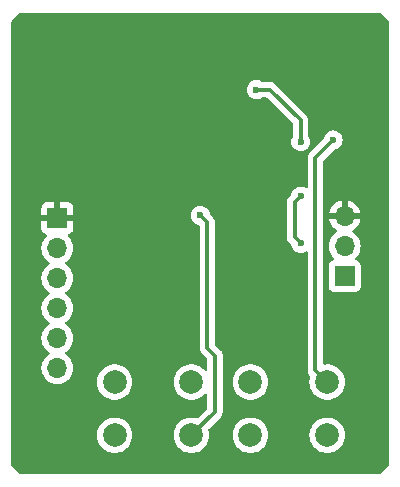
<source format=gbl>
%TF.GenerationSoftware,KiCad,Pcbnew,8.0.0*%
%TF.CreationDate,2024-05-14T19:01:21+09:00*%
%TF.ProjectId,TINY202_PROG.kicad_240514_single_pcb,54494e59-3230-4325-9f50-524f472e6b69,rev?*%
%TF.SameCoordinates,Original*%
%TF.FileFunction,Copper,L2,Bot*%
%TF.FilePolarity,Positive*%
%FSLAX46Y46*%
G04 Gerber Fmt 4.6, Leading zero omitted, Abs format (unit mm)*
G04 Created by KiCad (PCBNEW 8.0.0) date 2024-05-14 19:01:21*
%MOMM*%
%LPD*%
G01*
G04 APERTURE LIST*
%TA.AperFunction,Conductor*%
%ADD10C,0.500000*%
%TD*%
%TA.AperFunction,Conductor*%
%ADD11C,0.200000*%
%TD*%
%TA.AperFunction,ComponentPad*%
%ADD12R,1.700000X1.700000*%
%TD*%
%TA.AperFunction,ComponentPad*%
%ADD13O,1.700000X1.700000*%
%TD*%
%TA.AperFunction,ComponentPad*%
%ADD14C,2.000000*%
%TD*%
%TA.AperFunction,ViaPad*%
%ADD15C,0.600000*%
%TD*%
%TA.AperFunction,Conductor*%
%ADD16C,0.300000*%
%TD*%
G04 APERTURE END LIST*
D10*
%TO.N,GND*%
X112500000Y-102250000D02*
X113500000Y-101500000D01*
X112500000Y-102250000D02*
X112500000Y-103250000D01*
X113500000Y-101500000D02*
X116750000Y-101500000D01*
D11*
X102500000Y-109000000D02*
X102500000Y-108250000D01*
%TD*%
D12*
%TO.P,J1,1,Pin_1*%
%TO.N,GND*%
X104400000Y-117875000D03*
D13*
%TO.P,J1,2,Pin_2*%
%TO.N,/DTS*%
X104400000Y-120415000D03*
%TO.P,J1,3,Pin_3*%
%TO.N,+3.3{slash}5V*%
X104400000Y-122955000D03*
%TO.P,J1,4,Pin_4*%
%TO.N,/TX*%
X104400000Y-125495000D03*
%TO.P,J1,5,Pin_5*%
%TO.N,/RX*%
X104400000Y-128035000D03*
%TO.P,J1,6,Pin_6*%
%TO.N,/DTR*%
X104400000Y-130575000D03*
%TD*%
D14*
%TO.P,SW1,1,1*%
%TO.N,+3.3{slash}5V*%
X109250000Y-131750000D03*
X115750000Y-131750000D03*
%TO.P,SW1,2,2*%
%TO.N,Net-(Q1-G)*%
X109250000Y-136250000D03*
X115750000Y-136250000D03*
%TD*%
D12*
%TO.P,J3,1,Pin_1*%
%TO.N,/UPDI*%
X128725000Y-122775000D03*
D13*
%TO.P,J3,2,Pin_2*%
%TO.N,TG_Vdd*%
X128725000Y-120235000D03*
%TO.P,J3,3,Pin_3*%
%TO.N,GND*%
X128725000Y-117695000D03*
%TD*%
D14*
%TO.P,SW2,1,1*%
%TO.N,Net-(Q4-D)*%
X120750000Y-131750000D03*
X127250000Y-131750000D03*
%TO.P,SW2,2,2*%
%TO.N,Net-(R6-Pad2)*%
X120750000Y-136250000D03*
X127250000Y-136250000D03*
%TD*%
D15*
%TO.N,GND*%
X119750000Y-109800000D03*
X102250000Y-105000000D03*
X102500000Y-111750000D03*
X121125000Y-126375000D03*
X120100000Y-115600000D03*
X112500000Y-102250000D03*
X102500000Y-113750000D03*
X112500000Y-103675000D03*
X107000000Y-101250000D03*
X102500000Y-110750000D03*
X121750000Y-127000000D03*
X121125000Y-116625000D03*
X119750000Y-104000000D03*
X117600000Y-115600000D03*
%TO.N,Net-(C3-Pad1)*%
X121250000Y-107000000D03*
X125000000Y-111400000D03*
%TO.N,Net-(Q2-D)*%
X125000000Y-120000000D03*
X125000000Y-116000000D03*
%TO.N,Net-(Q1-G)*%
X116500000Y-117637500D03*
%TO.N,Net-(Q4-D)*%
X127750000Y-111250000D03*
%TD*%
D10*
%TO.N,GND*%
X119250000Y-101500000D02*
X119750000Y-102000000D01*
X119750000Y-102000000D02*
X119750000Y-103000000D01*
X116750000Y-101500000D02*
X119250000Y-101500000D01*
X102500000Y-111750000D02*
X102500000Y-110750000D01*
X120100000Y-115600000D02*
X121125000Y-116625000D01*
X119750000Y-109800000D02*
X119750000Y-112250000D01*
X119750000Y-104000000D02*
X119750000Y-103000000D01*
X102500000Y-108250000D02*
X102500000Y-105250000D01*
X119750000Y-112250000D02*
X117600000Y-114400000D01*
X111500000Y-101250000D02*
X108000000Y-101250000D01*
X102500000Y-108250000D02*
X102500000Y-110750000D01*
X121125000Y-116625000D02*
X121125000Y-126375000D01*
X117600000Y-114400000D02*
X117600000Y-115600000D01*
X112500000Y-102250000D02*
X111500000Y-101250000D01*
X121125000Y-126375000D02*
X121750000Y-127000000D01*
X102500000Y-105250000D02*
X102250000Y-105000000D01*
X108000000Y-101250000D02*
X107000000Y-101250000D01*
X102500000Y-111750000D02*
X102500000Y-113750000D01*
D16*
%TO.N,Net-(C3-Pad1)*%
X125000000Y-111400000D02*
X125000000Y-109600000D01*
X125000000Y-109600000D02*
X122400000Y-107000000D01*
X122400000Y-107000000D02*
X121250000Y-107000000D01*
%TO.N,Net-(Q2-D)*%
X125000000Y-120000000D02*
X124500000Y-119500000D01*
X124500000Y-119500000D02*
X124500000Y-116500000D01*
X124500000Y-116500000D02*
X125000000Y-116000000D01*
%TO.N,Net-(Q1-G)*%
X117750000Y-134250000D02*
X115750000Y-136250000D01*
X117100000Y-128850000D02*
X117750000Y-129500000D01*
X117100000Y-118237500D02*
X117100000Y-128850000D01*
X116500000Y-117637500D02*
X117100000Y-118237500D01*
X117750000Y-129500000D02*
X117750000Y-134250000D01*
%TO.N,Net-(Q4-D)*%
X126250000Y-112750000D02*
X126250000Y-130750000D01*
X126250000Y-130750000D02*
X127250000Y-131750000D01*
X127750000Y-111250000D02*
X126250000Y-112750000D01*
%TD*%
%TA.AperFunction,Conductor*%
%TO.N,GND*%
G36*
X131808363Y-100520185D02*
G01*
X131829005Y-100536819D01*
X132463181Y-101170995D01*
X132496666Y-101232318D01*
X132499500Y-101258676D01*
X132499500Y-138741324D01*
X132479815Y-138808363D01*
X132463181Y-138829005D01*
X131829005Y-139463181D01*
X131767682Y-139496666D01*
X131741324Y-139499500D01*
X101258676Y-139499500D01*
X101191637Y-139479815D01*
X101170995Y-139463181D01*
X100536819Y-138829005D01*
X100503334Y-138767682D01*
X100500500Y-138741324D01*
X100500500Y-136250005D01*
X107744357Y-136250005D01*
X107764890Y-136497812D01*
X107764892Y-136497824D01*
X107825936Y-136738881D01*
X107925826Y-136966606D01*
X108061833Y-137174782D01*
X108061836Y-137174785D01*
X108230256Y-137357738D01*
X108426491Y-137510474D01*
X108645190Y-137628828D01*
X108880386Y-137709571D01*
X109125665Y-137750500D01*
X109374335Y-137750500D01*
X109619614Y-137709571D01*
X109854810Y-137628828D01*
X110073509Y-137510474D01*
X110269744Y-137357738D01*
X110438164Y-137174785D01*
X110574173Y-136966607D01*
X110674063Y-136738881D01*
X110735108Y-136497821D01*
X110755643Y-136250005D01*
X114244357Y-136250005D01*
X114264890Y-136497812D01*
X114264892Y-136497824D01*
X114325936Y-136738881D01*
X114425826Y-136966606D01*
X114561833Y-137174782D01*
X114561836Y-137174785D01*
X114730256Y-137357738D01*
X114926491Y-137510474D01*
X115145190Y-137628828D01*
X115380386Y-137709571D01*
X115625665Y-137750500D01*
X115874335Y-137750500D01*
X116119614Y-137709571D01*
X116354810Y-137628828D01*
X116573509Y-137510474D01*
X116769744Y-137357738D01*
X116938164Y-137174785D01*
X117074173Y-136966607D01*
X117174063Y-136738881D01*
X117235108Y-136497821D01*
X117255643Y-136250005D01*
X119244357Y-136250005D01*
X119264890Y-136497812D01*
X119264892Y-136497824D01*
X119325936Y-136738881D01*
X119425826Y-136966606D01*
X119561833Y-137174782D01*
X119561836Y-137174785D01*
X119730256Y-137357738D01*
X119926491Y-137510474D01*
X120145190Y-137628828D01*
X120380386Y-137709571D01*
X120625665Y-137750500D01*
X120874335Y-137750500D01*
X121119614Y-137709571D01*
X121354810Y-137628828D01*
X121573509Y-137510474D01*
X121769744Y-137357738D01*
X121938164Y-137174785D01*
X122074173Y-136966607D01*
X122174063Y-136738881D01*
X122235108Y-136497821D01*
X122255643Y-136250005D01*
X125744357Y-136250005D01*
X125764890Y-136497812D01*
X125764892Y-136497824D01*
X125825936Y-136738881D01*
X125925826Y-136966606D01*
X126061833Y-137174782D01*
X126061836Y-137174785D01*
X126230256Y-137357738D01*
X126426491Y-137510474D01*
X126645190Y-137628828D01*
X126880386Y-137709571D01*
X127125665Y-137750500D01*
X127374335Y-137750500D01*
X127619614Y-137709571D01*
X127854810Y-137628828D01*
X128073509Y-137510474D01*
X128269744Y-137357738D01*
X128438164Y-137174785D01*
X128574173Y-136966607D01*
X128674063Y-136738881D01*
X128735108Y-136497821D01*
X128755643Y-136250000D01*
X128735108Y-136002179D01*
X128735105Y-136002166D01*
X128674063Y-135761118D01*
X128574173Y-135533393D01*
X128438166Y-135325217D01*
X128416557Y-135301744D01*
X128269744Y-135142262D01*
X128073509Y-134989526D01*
X128073507Y-134989525D01*
X128073506Y-134989524D01*
X127854811Y-134871172D01*
X127854802Y-134871169D01*
X127619616Y-134790429D01*
X127374335Y-134749500D01*
X127125665Y-134749500D01*
X126880383Y-134790429D01*
X126645197Y-134871169D01*
X126645188Y-134871172D01*
X126426493Y-134989524D01*
X126230257Y-135142261D01*
X126061833Y-135325217D01*
X125925826Y-135533393D01*
X125825936Y-135761118D01*
X125764892Y-136002175D01*
X125764890Y-136002187D01*
X125744357Y-136249994D01*
X125744357Y-136250005D01*
X122255643Y-136250005D01*
X122255643Y-136250000D01*
X122235108Y-136002179D01*
X122235105Y-136002166D01*
X122174063Y-135761118D01*
X122074173Y-135533393D01*
X121938166Y-135325217D01*
X121916557Y-135301744D01*
X121769744Y-135142262D01*
X121573509Y-134989526D01*
X121573507Y-134989525D01*
X121573506Y-134989524D01*
X121354811Y-134871172D01*
X121354802Y-134871169D01*
X121119616Y-134790429D01*
X120874335Y-134749500D01*
X120625665Y-134749500D01*
X120380383Y-134790429D01*
X120145197Y-134871169D01*
X120145188Y-134871172D01*
X119926493Y-134989524D01*
X119730257Y-135142261D01*
X119561833Y-135325217D01*
X119425826Y-135533393D01*
X119325936Y-135761118D01*
X119264892Y-136002175D01*
X119264890Y-136002187D01*
X119244357Y-136249994D01*
X119244357Y-136250005D01*
X117255643Y-136250005D01*
X117255643Y-136250000D01*
X117235108Y-136002179D01*
X117188280Y-135817260D01*
X117190904Y-135747442D01*
X117220802Y-135699142D01*
X118255276Y-134664669D01*
X118326465Y-134558127D01*
X118375501Y-134439744D01*
X118400500Y-134314069D01*
X118400500Y-131750005D01*
X119244357Y-131750005D01*
X119264890Y-131997812D01*
X119264892Y-131997824D01*
X119325936Y-132238881D01*
X119425826Y-132466606D01*
X119561833Y-132674782D01*
X119561836Y-132674785D01*
X119730256Y-132857738D01*
X119926491Y-133010474D01*
X120145190Y-133128828D01*
X120380386Y-133209571D01*
X120625665Y-133250500D01*
X120874335Y-133250500D01*
X121119614Y-133209571D01*
X121354810Y-133128828D01*
X121573509Y-133010474D01*
X121769744Y-132857738D01*
X121938164Y-132674785D01*
X122074173Y-132466607D01*
X122174063Y-132238881D01*
X122235108Y-131997821D01*
X122255643Y-131750000D01*
X122255563Y-131749035D01*
X122235109Y-131502187D01*
X122235107Y-131502175D01*
X122174063Y-131261118D01*
X122074173Y-131033393D01*
X121938166Y-130825217D01*
X121910792Y-130795481D01*
X121769744Y-130642262D01*
X121573509Y-130489526D01*
X121573507Y-130489525D01*
X121573506Y-130489524D01*
X121354811Y-130371172D01*
X121354802Y-130371169D01*
X121119616Y-130290429D01*
X120874335Y-130249500D01*
X120625665Y-130249500D01*
X120380383Y-130290429D01*
X120145197Y-130371169D01*
X120145188Y-130371172D01*
X119926493Y-130489524D01*
X119730257Y-130642261D01*
X119561833Y-130825217D01*
X119425826Y-131033393D01*
X119325936Y-131261118D01*
X119264892Y-131502175D01*
X119264890Y-131502187D01*
X119244357Y-131749994D01*
X119244357Y-131750005D01*
X118400500Y-131750005D01*
X118400500Y-129435931D01*
X118400500Y-129435928D01*
X118375502Y-129310261D01*
X118375501Y-129310260D01*
X118375501Y-129310256D01*
X118326465Y-129191873D01*
X118303917Y-129158127D01*
X118255277Y-129085331D01*
X118255275Y-129085328D01*
X117786819Y-128616872D01*
X117753334Y-128555549D01*
X117750500Y-128529191D01*
X117750500Y-119564071D01*
X123849499Y-119564071D01*
X123874497Y-119689738D01*
X123874499Y-119689744D01*
X123923534Y-119808125D01*
X123994726Y-119914673D01*
X123994727Y-119914674D01*
X124178277Y-120098223D01*
X124211762Y-120159546D01*
X124213815Y-120172012D01*
X124214630Y-120179246D01*
X124214632Y-120179255D01*
X124274210Y-120349521D01*
X124350166Y-120470403D01*
X124370184Y-120502262D01*
X124497738Y-120629816D01*
X124530502Y-120650403D01*
X124607294Y-120698655D01*
X124650478Y-120725789D01*
X124820745Y-120785368D01*
X124820750Y-120785369D01*
X124999996Y-120805565D01*
X125000000Y-120805565D01*
X125000004Y-120805565D01*
X125179249Y-120785369D01*
X125179252Y-120785368D01*
X125179255Y-120785368D01*
X125349522Y-120725789D01*
X125409527Y-120688084D01*
X125476763Y-120669084D01*
X125543599Y-120689451D01*
X125588813Y-120742718D01*
X125599500Y-120793078D01*
X125599500Y-130814071D01*
X125623361Y-130934023D01*
X125623362Y-130934027D01*
X125624498Y-130939741D01*
X125624499Y-130939744D01*
X125673534Y-131058125D01*
X125744726Y-131164673D01*
X125779194Y-131199141D01*
X125812679Y-131260464D01*
X125811719Y-131317262D01*
X125764892Y-131502175D01*
X125764890Y-131502187D01*
X125744357Y-131749994D01*
X125744357Y-131750005D01*
X125764890Y-131997812D01*
X125764892Y-131997824D01*
X125825936Y-132238881D01*
X125925826Y-132466606D01*
X126061833Y-132674782D01*
X126061836Y-132674785D01*
X126230256Y-132857738D01*
X126426491Y-133010474D01*
X126645190Y-133128828D01*
X126880386Y-133209571D01*
X127125665Y-133250500D01*
X127374335Y-133250500D01*
X127619614Y-133209571D01*
X127854810Y-133128828D01*
X128073509Y-133010474D01*
X128269744Y-132857738D01*
X128438164Y-132674785D01*
X128574173Y-132466607D01*
X128674063Y-132238881D01*
X128735108Y-131997821D01*
X128755643Y-131750000D01*
X128755563Y-131749035D01*
X128735109Y-131502187D01*
X128735107Y-131502175D01*
X128674063Y-131261118D01*
X128574173Y-131033393D01*
X128438166Y-130825217D01*
X128410792Y-130795481D01*
X128269744Y-130642262D01*
X128073509Y-130489526D01*
X128073507Y-130489525D01*
X128073506Y-130489524D01*
X127854811Y-130371172D01*
X127854802Y-130371169D01*
X127619616Y-130290429D01*
X127374335Y-130249500D01*
X127125665Y-130249500D01*
X127044908Y-130262975D01*
X126975543Y-130254592D01*
X126921722Y-130210039D01*
X126900531Y-130143460D01*
X126900500Y-130140666D01*
X126900500Y-120235000D01*
X127369341Y-120235000D01*
X127389936Y-120470403D01*
X127389938Y-120470413D01*
X127451094Y-120698655D01*
X127451096Y-120698659D01*
X127451097Y-120698663D01*
X127535029Y-120878655D01*
X127550965Y-120912830D01*
X127550967Y-120912834D01*
X127659281Y-121067521D01*
X127686501Y-121106396D01*
X127686506Y-121106402D01*
X127808430Y-121228326D01*
X127841915Y-121289649D01*
X127836931Y-121359341D01*
X127795059Y-121415274D01*
X127764083Y-121432189D01*
X127632669Y-121481203D01*
X127632664Y-121481206D01*
X127517455Y-121567452D01*
X127517452Y-121567455D01*
X127431206Y-121682664D01*
X127431202Y-121682671D01*
X127380908Y-121817517D01*
X127374501Y-121877116D01*
X127374501Y-121877123D01*
X127374500Y-121877135D01*
X127374500Y-123672870D01*
X127374501Y-123672876D01*
X127380908Y-123732483D01*
X127431202Y-123867328D01*
X127431206Y-123867335D01*
X127517452Y-123982544D01*
X127517455Y-123982547D01*
X127632664Y-124068793D01*
X127632671Y-124068797D01*
X127767517Y-124119091D01*
X127767516Y-124119091D01*
X127774444Y-124119835D01*
X127827127Y-124125500D01*
X129622872Y-124125499D01*
X129682483Y-124119091D01*
X129817331Y-124068796D01*
X129932546Y-123982546D01*
X130018796Y-123867331D01*
X130069091Y-123732483D01*
X130075500Y-123672873D01*
X130075499Y-121877128D01*
X130069091Y-121817517D01*
X130057550Y-121786575D01*
X130018797Y-121682671D01*
X130018793Y-121682664D01*
X129932547Y-121567455D01*
X129932544Y-121567452D01*
X129817335Y-121481206D01*
X129817328Y-121481202D01*
X129685917Y-121432189D01*
X129629983Y-121390318D01*
X129605566Y-121324853D01*
X129620418Y-121256580D01*
X129641563Y-121228332D01*
X129763495Y-121106401D01*
X129899035Y-120912830D01*
X129998903Y-120698663D01*
X130060063Y-120470408D01*
X130080659Y-120235000D01*
X130060063Y-119999592D01*
X129998903Y-119771337D01*
X129899035Y-119557171D01*
X129836193Y-119467422D01*
X129763494Y-119363597D01*
X129596402Y-119196506D01*
X129596401Y-119196505D01*
X129410405Y-119066269D01*
X129366781Y-119011692D01*
X129359588Y-118942193D01*
X129391110Y-118879839D01*
X129410405Y-118863119D01*
X129596082Y-118733105D01*
X129763105Y-118566082D01*
X129898600Y-118372578D01*
X129998429Y-118158492D01*
X129998432Y-118158486D01*
X130055636Y-117945000D01*
X129158012Y-117945000D01*
X129190925Y-117887993D01*
X129225000Y-117760826D01*
X129225000Y-117629174D01*
X129190925Y-117502007D01*
X129158012Y-117445000D01*
X130055636Y-117445000D01*
X130055635Y-117444999D01*
X129998432Y-117231513D01*
X129998429Y-117231507D01*
X129898600Y-117017422D01*
X129898599Y-117017420D01*
X129763113Y-116823926D01*
X129763108Y-116823920D01*
X129596082Y-116656894D01*
X129402578Y-116521399D01*
X129188492Y-116421570D01*
X129188486Y-116421567D01*
X128975000Y-116364364D01*
X128975000Y-117261988D01*
X128917993Y-117229075D01*
X128790826Y-117195000D01*
X128659174Y-117195000D01*
X128532007Y-117229075D01*
X128475000Y-117261988D01*
X128475000Y-116364364D01*
X128474999Y-116364364D01*
X128261513Y-116421567D01*
X128261507Y-116421570D01*
X128047422Y-116521399D01*
X128047420Y-116521400D01*
X127853926Y-116656886D01*
X127853920Y-116656891D01*
X127686891Y-116823920D01*
X127686886Y-116823926D01*
X127551400Y-117017420D01*
X127551399Y-117017422D01*
X127451570Y-117231507D01*
X127451567Y-117231513D01*
X127394364Y-117444999D01*
X127394364Y-117445000D01*
X128291988Y-117445000D01*
X128259075Y-117502007D01*
X128225000Y-117629174D01*
X128225000Y-117760826D01*
X128259075Y-117887993D01*
X128291988Y-117945000D01*
X127394364Y-117945000D01*
X127451567Y-118158486D01*
X127451570Y-118158492D01*
X127551399Y-118372578D01*
X127686894Y-118566082D01*
X127853917Y-118733105D01*
X128039595Y-118863119D01*
X128083219Y-118917696D01*
X128090412Y-118987195D01*
X128058890Y-119049549D01*
X128039595Y-119066269D01*
X127853594Y-119196508D01*
X127686505Y-119363597D01*
X127550965Y-119557169D01*
X127550964Y-119557171D01*
X127451098Y-119771335D01*
X127451094Y-119771344D01*
X127389938Y-119999586D01*
X127389936Y-119999596D01*
X127369341Y-120234999D01*
X127369341Y-120235000D01*
X126900500Y-120235000D01*
X126900500Y-113070807D01*
X126920185Y-113003768D01*
X126936815Y-112983130D01*
X127848224Y-112071720D01*
X127909545Y-112038237D01*
X127922019Y-112036183D01*
X127929255Y-112035368D01*
X128099522Y-111975789D01*
X128252262Y-111879816D01*
X128379816Y-111752262D01*
X128475789Y-111599522D01*
X128535368Y-111429255D01*
X128538664Y-111400003D01*
X128555565Y-111250003D01*
X128555565Y-111249996D01*
X128535369Y-111070750D01*
X128535368Y-111070745D01*
X128528276Y-111050477D01*
X128475789Y-110900478D01*
X128379816Y-110747738D01*
X128252262Y-110620184D01*
X128099523Y-110524211D01*
X127929254Y-110464631D01*
X127929249Y-110464630D01*
X127750004Y-110444435D01*
X127749996Y-110444435D01*
X127570750Y-110464630D01*
X127570745Y-110464631D01*
X127400476Y-110524211D01*
X127247737Y-110620184D01*
X127120184Y-110747737D01*
X127024210Y-110900478D01*
X126964632Y-111070744D01*
X126964630Y-111070752D01*
X126963815Y-111077988D01*
X126936743Y-111142400D01*
X126928277Y-111151775D01*
X125744726Y-112335326D01*
X125673534Y-112441874D01*
X125624499Y-112560255D01*
X125624497Y-112560261D01*
X125599500Y-112685928D01*
X125599500Y-115206921D01*
X125579815Y-115273960D01*
X125527011Y-115319715D01*
X125457853Y-115329659D01*
X125409528Y-115311915D01*
X125349523Y-115274211D01*
X125179254Y-115214631D01*
X125179249Y-115214630D01*
X125000004Y-115194435D01*
X124999996Y-115194435D01*
X124820750Y-115214630D01*
X124820745Y-115214631D01*
X124650476Y-115274211D01*
X124497737Y-115370184D01*
X124370184Y-115497737D01*
X124274210Y-115650478D01*
X124214632Y-115820744D01*
X124214630Y-115820752D01*
X124213815Y-115827988D01*
X124186743Y-115892400D01*
X124178278Y-115901775D01*
X123994723Y-116085331D01*
X123946959Y-116156817D01*
X123946957Y-116156819D01*
X123923539Y-116191864D01*
X123923533Y-116191875D01*
X123874499Y-116310255D01*
X123874497Y-116310261D01*
X123849500Y-116435928D01*
X123849500Y-116435931D01*
X123849500Y-119564069D01*
X123849500Y-119564071D01*
X123849499Y-119564071D01*
X117750500Y-119564071D01*
X117750500Y-118173428D01*
X117725502Y-118047761D01*
X117725501Y-118047760D01*
X117725501Y-118047756D01*
X117676465Y-117929373D01*
X117676464Y-117929372D01*
X117676461Y-117929366D01*
X117605277Y-117822832D01*
X117591619Y-117809174D01*
X117514669Y-117732224D01*
X117419941Y-117637496D01*
X117321722Y-117539276D01*
X117288237Y-117477953D01*
X117286182Y-117465473D01*
X117285368Y-117458245D01*
X117225789Y-117287978D01*
X117129816Y-117135238D01*
X117002262Y-117007684D01*
X116849523Y-116911711D01*
X116679254Y-116852131D01*
X116679249Y-116852130D01*
X116500004Y-116831935D01*
X116499996Y-116831935D01*
X116320750Y-116852130D01*
X116320745Y-116852131D01*
X116150476Y-116911711D01*
X115997737Y-117007684D01*
X115870184Y-117135237D01*
X115774211Y-117287976D01*
X115714631Y-117458245D01*
X115714630Y-117458250D01*
X115694435Y-117637496D01*
X115694435Y-117637503D01*
X115714630Y-117816749D01*
X115714631Y-117816754D01*
X115774211Y-117987023D01*
X115842120Y-118095099D01*
X115870184Y-118139762D01*
X115997738Y-118267316D01*
X116150478Y-118363289D01*
X116320745Y-118422868D01*
X116327974Y-118423682D01*
X116392388Y-118450747D01*
X116401771Y-118459218D01*
X116413177Y-118470623D01*
X116446665Y-118531945D01*
X116449500Y-118558308D01*
X116449500Y-128914069D01*
X116465544Y-128994724D01*
X116474499Y-129039744D01*
X116523535Y-129158127D01*
X116594723Y-129264669D01*
X116594726Y-129264673D01*
X116594727Y-129264674D01*
X117063181Y-129733127D01*
X117096666Y-129794450D01*
X117099500Y-129820808D01*
X117099500Y-130682687D01*
X117079815Y-130749726D01*
X117027011Y-130795481D01*
X116957853Y-130805425D01*
X116894297Y-130776400D01*
X116884271Y-130766670D01*
X116769747Y-130642265D01*
X116769744Y-130642262D01*
X116683326Y-130575000D01*
X116573509Y-130489526D01*
X116573507Y-130489525D01*
X116573506Y-130489524D01*
X116354811Y-130371172D01*
X116354802Y-130371169D01*
X116119616Y-130290429D01*
X115874335Y-130249500D01*
X115625665Y-130249500D01*
X115380383Y-130290429D01*
X115145197Y-130371169D01*
X115145188Y-130371172D01*
X114926493Y-130489524D01*
X114730257Y-130642261D01*
X114561833Y-130825217D01*
X114425826Y-131033393D01*
X114325936Y-131261118D01*
X114264892Y-131502175D01*
X114264890Y-131502187D01*
X114244357Y-131749994D01*
X114244357Y-131750005D01*
X114264890Y-131997812D01*
X114264892Y-131997824D01*
X114325936Y-132238881D01*
X114425826Y-132466606D01*
X114561833Y-132674782D01*
X114561836Y-132674785D01*
X114730256Y-132857738D01*
X114926491Y-133010474D01*
X115145190Y-133128828D01*
X115380386Y-133209571D01*
X115625665Y-133250500D01*
X115874335Y-133250500D01*
X116119614Y-133209571D01*
X116354810Y-133128828D01*
X116573509Y-133010474D01*
X116769744Y-132857738D01*
X116884271Y-132733328D01*
X116944157Y-132697339D01*
X117013995Y-132699439D01*
X117071611Y-132738963D01*
X117098713Y-132803362D01*
X117099500Y-132817312D01*
X117099500Y-133929192D01*
X117079815Y-133996231D01*
X117063181Y-134016873D01*
X116300909Y-134779144D01*
X116239586Y-134812629D01*
X116172965Y-134808744D01*
X116119616Y-134790429D01*
X115874335Y-134749500D01*
X115625665Y-134749500D01*
X115380383Y-134790429D01*
X115145197Y-134871169D01*
X115145188Y-134871172D01*
X114926493Y-134989524D01*
X114730257Y-135142261D01*
X114561833Y-135325217D01*
X114425826Y-135533393D01*
X114325936Y-135761118D01*
X114264892Y-136002175D01*
X114264890Y-136002187D01*
X114244357Y-136249994D01*
X114244357Y-136250005D01*
X110755643Y-136250005D01*
X110755643Y-136250000D01*
X110735108Y-136002179D01*
X110735105Y-136002166D01*
X110674063Y-135761118D01*
X110574173Y-135533393D01*
X110438166Y-135325217D01*
X110416557Y-135301744D01*
X110269744Y-135142262D01*
X110073509Y-134989526D01*
X110073507Y-134989525D01*
X110073506Y-134989524D01*
X109854811Y-134871172D01*
X109854802Y-134871169D01*
X109619616Y-134790429D01*
X109374335Y-134749500D01*
X109125665Y-134749500D01*
X108880383Y-134790429D01*
X108645197Y-134871169D01*
X108645188Y-134871172D01*
X108426493Y-134989524D01*
X108230257Y-135142261D01*
X108061833Y-135325217D01*
X107925826Y-135533393D01*
X107825936Y-135761118D01*
X107764892Y-136002175D01*
X107764890Y-136002187D01*
X107744357Y-136249994D01*
X107744357Y-136250005D01*
X100500500Y-136250005D01*
X100500500Y-130575000D01*
X103044341Y-130575000D01*
X103064936Y-130810403D01*
X103064938Y-130810413D01*
X103126094Y-131038655D01*
X103126096Y-131038659D01*
X103126097Y-131038663D01*
X103150564Y-131091132D01*
X103225965Y-131252830D01*
X103225967Y-131252834D01*
X103334281Y-131407521D01*
X103361505Y-131446401D01*
X103528599Y-131613495D01*
X103625384Y-131681265D01*
X103722165Y-131749032D01*
X103722167Y-131749033D01*
X103722170Y-131749035D01*
X103936337Y-131848903D01*
X104164592Y-131910063D01*
X104352918Y-131926539D01*
X104399999Y-131930659D01*
X104400000Y-131930659D01*
X104400001Y-131930659D01*
X104439234Y-131927226D01*
X104635408Y-131910063D01*
X104863663Y-131848903D01*
X105075750Y-131750005D01*
X107744357Y-131750005D01*
X107764890Y-131997812D01*
X107764892Y-131997824D01*
X107825936Y-132238881D01*
X107925826Y-132466606D01*
X108061833Y-132674782D01*
X108061836Y-132674785D01*
X108230256Y-132857738D01*
X108426491Y-133010474D01*
X108645190Y-133128828D01*
X108880386Y-133209571D01*
X109125665Y-133250500D01*
X109374335Y-133250500D01*
X109619614Y-133209571D01*
X109854810Y-133128828D01*
X110073509Y-133010474D01*
X110269744Y-132857738D01*
X110438164Y-132674785D01*
X110574173Y-132466607D01*
X110674063Y-132238881D01*
X110735108Y-131997821D01*
X110755643Y-131750000D01*
X110755563Y-131749035D01*
X110735109Y-131502187D01*
X110735107Y-131502175D01*
X110674063Y-131261118D01*
X110574173Y-131033393D01*
X110438166Y-130825217D01*
X110410792Y-130795481D01*
X110269744Y-130642262D01*
X110073509Y-130489526D01*
X110073507Y-130489525D01*
X110073506Y-130489524D01*
X109854811Y-130371172D01*
X109854802Y-130371169D01*
X109619616Y-130290429D01*
X109374335Y-130249500D01*
X109125665Y-130249500D01*
X108880383Y-130290429D01*
X108645197Y-130371169D01*
X108645188Y-130371172D01*
X108426493Y-130489524D01*
X108230257Y-130642261D01*
X108061833Y-130825217D01*
X107925826Y-131033393D01*
X107825936Y-131261118D01*
X107764892Y-131502175D01*
X107764890Y-131502187D01*
X107744357Y-131749994D01*
X107744357Y-131750005D01*
X105075750Y-131750005D01*
X105077830Y-131749035D01*
X105271401Y-131613495D01*
X105438495Y-131446401D01*
X105574035Y-131252830D01*
X105673903Y-131038663D01*
X105735063Y-130810408D01*
X105755659Y-130575000D01*
X105735063Y-130339592D01*
X105673903Y-130111337D01*
X105574035Y-129897171D01*
X105520566Y-129820808D01*
X105438494Y-129703597D01*
X105271402Y-129536506D01*
X105271396Y-129536501D01*
X105085842Y-129406575D01*
X105042217Y-129351998D01*
X105035023Y-129282500D01*
X105066546Y-129220145D01*
X105085842Y-129203425D01*
X105108026Y-129187891D01*
X105271401Y-129073495D01*
X105438495Y-128906401D01*
X105574035Y-128712830D01*
X105673903Y-128498663D01*
X105735063Y-128270408D01*
X105755659Y-128035000D01*
X105735063Y-127799592D01*
X105673903Y-127571337D01*
X105574035Y-127357171D01*
X105438495Y-127163599D01*
X105438494Y-127163597D01*
X105271402Y-126996506D01*
X105271396Y-126996501D01*
X105085842Y-126866575D01*
X105042217Y-126811998D01*
X105035023Y-126742500D01*
X105066546Y-126680145D01*
X105085842Y-126663425D01*
X105108026Y-126647891D01*
X105271401Y-126533495D01*
X105438495Y-126366401D01*
X105574035Y-126172830D01*
X105673903Y-125958663D01*
X105735063Y-125730408D01*
X105755659Y-125495000D01*
X105735063Y-125259592D01*
X105673903Y-125031337D01*
X105574035Y-124817171D01*
X105438495Y-124623599D01*
X105438494Y-124623597D01*
X105271402Y-124456506D01*
X105271396Y-124456501D01*
X105085842Y-124326575D01*
X105042217Y-124271998D01*
X105035023Y-124202500D01*
X105066546Y-124140145D01*
X105085842Y-124123425D01*
X105108026Y-124107891D01*
X105271401Y-123993495D01*
X105438495Y-123826401D01*
X105574035Y-123632830D01*
X105673903Y-123418663D01*
X105735063Y-123190408D01*
X105755659Y-122955000D01*
X105735063Y-122719592D01*
X105673903Y-122491337D01*
X105574035Y-122277171D01*
X105438495Y-122083599D01*
X105438494Y-122083597D01*
X105271402Y-121916506D01*
X105271396Y-121916501D01*
X105085842Y-121786575D01*
X105042217Y-121731998D01*
X105035023Y-121662500D01*
X105066546Y-121600145D01*
X105085842Y-121583425D01*
X105108654Y-121567452D01*
X105271401Y-121453495D01*
X105438495Y-121286401D01*
X105574035Y-121092830D01*
X105673903Y-120878663D01*
X105735063Y-120650408D01*
X105755659Y-120415000D01*
X105735063Y-120179592D01*
X105673903Y-119951337D01*
X105574035Y-119737171D01*
X105540826Y-119689744D01*
X105438496Y-119543600D01*
X105438495Y-119543599D01*
X105316179Y-119421283D01*
X105282696Y-119359963D01*
X105287680Y-119290271D01*
X105329551Y-119234337D01*
X105360529Y-119217422D01*
X105492086Y-119168354D01*
X105492093Y-119168350D01*
X105607187Y-119082190D01*
X105607190Y-119082187D01*
X105693350Y-118967093D01*
X105693354Y-118967086D01*
X105743596Y-118832379D01*
X105743598Y-118832372D01*
X105749999Y-118772844D01*
X105750000Y-118772827D01*
X105750000Y-118125000D01*
X104833012Y-118125000D01*
X104865925Y-118067993D01*
X104900000Y-117940826D01*
X104900000Y-117809174D01*
X104865925Y-117682007D01*
X104833012Y-117625000D01*
X105750000Y-117625000D01*
X105750000Y-116977172D01*
X105749999Y-116977155D01*
X105743598Y-116917627D01*
X105743596Y-116917620D01*
X105693354Y-116782913D01*
X105693350Y-116782906D01*
X105607190Y-116667812D01*
X105607187Y-116667809D01*
X105492093Y-116581649D01*
X105492086Y-116581645D01*
X105357379Y-116531403D01*
X105357372Y-116531401D01*
X105297844Y-116525000D01*
X104650000Y-116525000D01*
X104650000Y-117441988D01*
X104592993Y-117409075D01*
X104465826Y-117375000D01*
X104334174Y-117375000D01*
X104207007Y-117409075D01*
X104150000Y-117441988D01*
X104150000Y-116525000D01*
X103502155Y-116525000D01*
X103442627Y-116531401D01*
X103442620Y-116531403D01*
X103307913Y-116581645D01*
X103307906Y-116581649D01*
X103192812Y-116667809D01*
X103192809Y-116667812D01*
X103106649Y-116782906D01*
X103106645Y-116782913D01*
X103056403Y-116917620D01*
X103056401Y-116917627D01*
X103050000Y-116977155D01*
X103050000Y-117625000D01*
X103966988Y-117625000D01*
X103934075Y-117682007D01*
X103900000Y-117809174D01*
X103900000Y-117940826D01*
X103934075Y-118067993D01*
X103966988Y-118125000D01*
X103050000Y-118125000D01*
X103050000Y-118772844D01*
X103056401Y-118832372D01*
X103056403Y-118832379D01*
X103106645Y-118967086D01*
X103106649Y-118967093D01*
X103192809Y-119082187D01*
X103192812Y-119082190D01*
X103307906Y-119168350D01*
X103307913Y-119168354D01*
X103439470Y-119217421D01*
X103495403Y-119259292D01*
X103519821Y-119324756D01*
X103504970Y-119393029D01*
X103483819Y-119421284D01*
X103361503Y-119543600D01*
X103225965Y-119737169D01*
X103225964Y-119737171D01*
X103126098Y-119951335D01*
X103126094Y-119951344D01*
X103064938Y-120179586D01*
X103064936Y-120179596D01*
X103044341Y-120414999D01*
X103044341Y-120415000D01*
X103064936Y-120650403D01*
X103064938Y-120650413D01*
X103126094Y-120878655D01*
X103126096Y-120878659D01*
X103126097Y-120878663D01*
X103225965Y-121092830D01*
X103225967Y-121092834D01*
X103361501Y-121286395D01*
X103361506Y-121286402D01*
X103528597Y-121453493D01*
X103528603Y-121453498D01*
X103714158Y-121583425D01*
X103757783Y-121638002D01*
X103764977Y-121707500D01*
X103733454Y-121769855D01*
X103714158Y-121786575D01*
X103528597Y-121916505D01*
X103361505Y-122083597D01*
X103225965Y-122277169D01*
X103225964Y-122277171D01*
X103126098Y-122491335D01*
X103126094Y-122491344D01*
X103064938Y-122719586D01*
X103064936Y-122719596D01*
X103044341Y-122954999D01*
X103044341Y-122955000D01*
X103064936Y-123190403D01*
X103064938Y-123190413D01*
X103126094Y-123418655D01*
X103126096Y-123418659D01*
X103126097Y-123418663D01*
X103225965Y-123632830D01*
X103225967Y-123632834D01*
X103361501Y-123826395D01*
X103361506Y-123826402D01*
X103528597Y-123993493D01*
X103528603Y-123993498D01*
X103714158Y-124123425D01*
X103757783Y-124178002D01*
X103764977Y-124247500D01*
X103733454Y-124309855D01*
X103714158Y-124326575D01*
X103528597Y-124456505D01*
X103361505Y-124623597D01*
X103225965Y-124817169D01*
X103225964Y-124817171D01*
X103126098Y-125031335D01*
X103126094Y-125031344D01*
X103064938Y-125259586D01*
X103064936Y-125259596D01*
X103044341Y-125494999D01*
X103044341Y-125495000D01*
X103064936Y-125730403D01*
X103064938Y-125730413D01*
X103126094Y-125958655D01*
X103126096Y-125958659D01*
X103126097Y-125958663D01*
X103225965Y-126172830D01*
X103225967Y-126172834D01*
X103361501Y-126366395D01*
X103361506Y-126366402D01*
X103528597Y-126533493D01*
X103528603Y-126533498D01*
X103714158Y-126663425D01*
X103757783Y-126718002D01*
X103764977Y-126787500D01*
X103733454Y-126849855D01*
X103714158Y-126866575D01*
X103528597Y-126996505D01*
X103361505Y-127163597D01*
X103225965Y-127357169D01*
X103225964Y-127357171D01*
X103126098Y-127571335D01*
X103126094Y-127571344D01*
X103064938Y-127799586D01*
X103064936Y-127799596D01*
X103044341Y-128034999D01*
X103044341Y-128035000D01*
X103064936Y-128270403D01*
X103064938Y-128270413D01*
X103126094Y-128498655D01*
X103126096Y-128498659D01*
X103126097Y-128498663D01*
X103164284Y-128580554D01*
X103225965Y-128712830D01*
X103225967Y-128712834D01*
X103361501Y-128906395D01*
X103361506Y-128906402D01*
X103528597Y-129073493D01*
X103528603Y-129073498D01*
X103714158Y-129203425D01*
X103757783Y-129258002D01*
X103764977Y-129327500D01*
X103733454Y-129389855D01*
X103714158Y-129406575D01*
X103528597Y-129536505D01*
X103361505Y-129703597D01*
X103225965Y-129897169D01*
X103225964Y-129897171D01*
X103126098Y-130111335D01*
X103126094Y-130111344D01*
X103064938Y-130339586D01*
X103064936Y-130339596D01*
X103044341Y-130574999D01*
X103044341Y-130575000D01*
X100500500Y-130575000D01*
X100500500Y-107000003D01*
X120444435Y-107000003D01*
X120464630Y-107179249D01*
X120464631Y-107179254D01*
X120524211Y-107349523D01*
X120620184Y-107502262D01*
X120747738Y-107629816D01*
X120900478Y-107725789D01*
X121070739Y-107785366D01*
X121070745Y-107785368D01*
X121070750Y-107785369D01*
X121249996Y-107805565D01*
X121250000Y-107805565D01*
X121250004Y-107805565D01*
X121429249Y-107785369D01*
X121429251Y-107785368D01*
X121429255Y-107785368D01*
X121429258Y-107785366D01*
X121429262Y-107785366D01*
X121519377Y-107753832D01*
X121599522Y-107725789D01*
X121689096Y-107669505D01*
X121755068Y-107650500D01*
X122079192Y-107650500D01*
X122146231Y-107670185D01*
X122166873Y-107686819D01*
X124313181Y-109833127D01*
X124346666Y-109894450D01*
X124349500Y-109920808D01*
X124349500Y-110894931D01*
X124330494Y-110960903D01*
X124274211Y-111050477D01*
X124274209Y-111050481D01*
X124214633Y-111220737D01*
X124214630Y-111220750D01*
X124194435Y-111399996D01*
X124194435Y-111400003D01*
X124214630Y-111579249D01*
X124214631Y-111579254D01*
X124274211Y-111749523D01*
X124356080Y-111879815D01*
X124370184Y-111902262D01*
X124497738Y-112029816D01*
X124650478Y-112125789D01*
X124820745Y-112185368D01*
X124820750Y-112185369D01*
X124999996Y-112205565D01*
X125000000Y-112205565D01*
X125000004Y-112205565D01*
X125179249Y-112185369D01*
X125179252Y-112185368D01*
X125179255Y-112185368D01*
X125349522Y-112125789D01*
X125502262Y-112029816D01*
X125629816Y-111902262D01*
X125725789Y-111749522D01*
X125785368Y-111579255D01*
X125802269Y-111429254D01*
X125805565Y-111400003D01*
X125805565Y-111399996D01*
X125785369Y-111220750D01*
X125785366Y-111220737D01*
X125725790Y-111050481D01*
X125725789Y-111050478D01*
X125704008Y-111015814D01*
X125669506Y-110960903D01*
X125650500Y-110894931D01*
X125650500Y-109535928D01*
X125625502Y-109410261D01*
X125625501Y-109410260D01*
X125625501Y-109410256D01*
X125576465Y-109291873D01*
X125576464Y-109291870D01*
X125505277Y-109185331D01*
X125505271Y-109185324D01*
X122814673Y-106494726D01*
X122814669Y-106494723D01*
X122708127Y-106423535D01*
X122589744Y-106374499D01*
X122589738Y-106374497D01*
X122464071Y-106349500D01*
X122464069Y-106349500D01*
X121755068Y-106349500D01*
X121689096Y-106330494D01*
X121599522Y-106274210D01*
X121599518Y-106274209D01*
X121429262Y-106214633D01*
X121429249Y-106214630D01*
X121250004Y-106194435D01*
X121249996Y-106194435D01*
X121070750Y-106214630D01*
X121070745Y-106214631D01*
X120900476Y-106274211D01*
X120747737Y-106370184D01*
X120620184Y-106497737D01*
X120524211Y-106650476D01*
X120464631Y-106820745D01*
X120464630Y-106820750D01*
X120444435Y-106999996D01*
X120444435Y-107000003D01*
X100500500Y-107000003D01*
X100500500Y-101258676D01*
X100520185Y-101191637D01*
X100536819Y-101170995D01*
X101170995Y-100536819D01*
X101232318Y-100503334D01*
X101258676Y-100500500D01*
X131741324Y-100500500D01*
X131808363Y-100520185D01*
G37*
%TD.AperFunction*%
%TD*%
M02*

</source>
